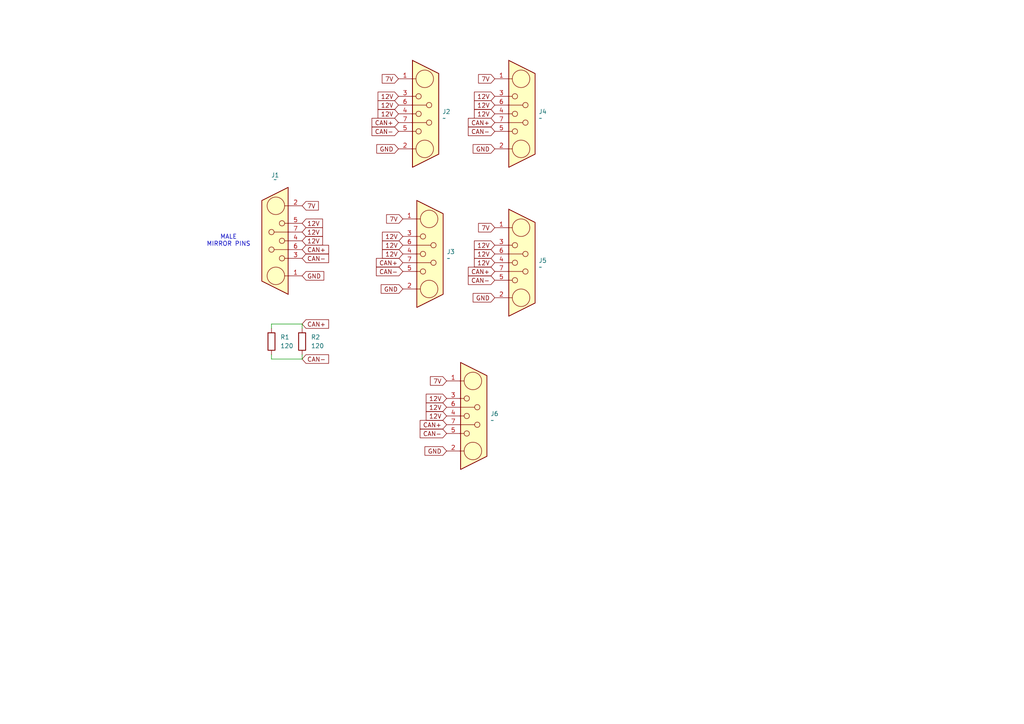
<source format=kicad_sch>
(kicad_sch (version 20231120) (generator "eeschema") (generator_version "8.0")
  (paper "A4")
  (lib_symbols
    (symbol "Device:R" (pin_numbers hide) (pin_names (offset 0))
      (property "Reference" "R" (at 2.032 0 90))
      (property "Value" "R" (at 0 0 90))
      (symbol "R_0_1"
        (rectangle (start -1.016 -2.54) (end 1.016 2.54) (stroke (width 0.254)))
      )
      (symbol "R_1_1"
        (pin passive line (at 0 3.81 270) (length 1.27) (name "~") (number "1"))
        (pin passive line (at 0 -3.81 90) (length 1.27) (name "~") (number "2"))
      )
    )
    (symbol "ecocad_lib_symbols:DB7W2"
      (property "Reference" "J" (at -0.508 15.494 0))
      (symbol "DB7W2_0_1"
        (circle (center -1.778 -5.08) (radius 0.762))
        (circle (center -1.778 0) (radius 0.762))
        (circle (center -1.778 5.08) (radius 0.762))
        (circle (center 0 -10.16) (radius 2.54))
        (polyline (pts (xy -3.81 -10.16) (xy -2.54 -10.16)))
        (polyline (pts (xy -3.81 -5.08) (xy -2.54 -5.08)))
        (polyline (pts (xy -3.81 -2.54) (xy 0.508 -2.54)))
        (polyline (pts (xy -3.81 0) (xy -2.54 0)))
        (polyline (pts (xy -3.81 2.54) (xy 0.508 2.54)))
        (polyline (pts (xy -3.81 5.08) (xy -2.54 5.08)))
        (polyline (pts (xy -3.81 10.16) (xy -2.54 10.16)))
        (polyline (pts (xy -3.556 15.494) (xy -3.556 -15.494) (xy 4.064 -11.684) (xy 4.064 11.684) (xy -3.556 15.494)) (stroke (width 0.254)) (fill (type background)))
        (circle (center 0 10.16) (radius 2.54))
        (circle (center 1.27 -2.54) (radius 0.762))
        (circle (center 1.27 2.54) (radius 0.762))
      )
      (symbol "DB7W2_1_1"
        (pin passive line (at -7.62 10.16 0) (length 3.81) (name "") (number "1"))
        (pin passive line (at -7.62 -10.16 0) (length 3.81) (name "") (number "2"))
        (pin passive line (at -7.62 5.08 0) (length 3.81) (name "") (number "3"))
        (pin passive line (at -7.62 0 0) (length 3.81) (name "") (number "4"))
        (pin passive line (at -7.62 -5.08 0) (length 3.81) (name "") (number "5"))
        (pin passive line (at -7.62 2.54 0) (length 3.81) (name "") (number "6"))
        (pin passive line (at -7.62 -2.54 0) (length 3.81) (name "") (number "7"))
      )
    )
  )
  (wire (pts (xy 87.63 104.14) (xy 87.63 102.87)))
  (wire (pts (xy 78.74 93.98) (xy 78.74 95.25)))
  (wire (pts (xy 87.63 93.98) (xy 87.63 95.25)))
  (wire (pts (xy 78.74 104.14) (xy 87.63 104.14)))
  (wire (pts (xy 78.74 93.98) (xy 87.63 93.98)))
  (wire (pts (xy 78.74 104.14) (xy 78.74 102.87)))
  (text "MALE\nMIRROR PINS" (at 66.294 69.85 0) (effects (font (size 1.27 1.27))))
  (global_label "CAN-" (shape input) (at 129.54 125.73 180) (property "Intersheetrefs" "${INTERSHEET_REFS}" (effects (hide yes))))
  (global_label "CAN-" (shape input) (at 87.63 74.93 0) (property "Intersheetrefs" "${INTERSHEET_REFS}" (effects (hide yes))))
  (global_label "12V" (shape input) (at 116.84 73.66 180) (property "Intersheetrefs" "${INTERSHEET_REFS}" (effects (hide yes))))
  (global_label "GND" (shape input) (at 115.57 43.18 180) (property "Intersheetrefs" "${INTERSHEET_REFS}" (effects (hide yes))))
  (global_label "CAN+" (shape input) (at 116.84 76.2 180) (property "Intersheetrefs" "${INTERSHEET_REFS}" (effects (hide yes))))
  (global_label "CAN-" (shape input) (at 87.63 104.14 0) (property "Intersheetrefs" "${INTERSHEET_REFS}" (effects (hide yes))))
  (global_label "7V" (shape input) (at 129.54 110.49 180) (property "Intersheetrefs" "${INTERSHEET_REFS}" (effects (hide yes))))
  (global_label "CAN-" (shape input) (at 143.51 38.1 180) (property "Intersheetrefs" "${INTERSHEET_REFS}" (effects (hide yes))))
  (global_label "GND" (shape input) (at 143.51 43.18 180) (property "Intersheetrefs" "${INTERSHEET_REFS}" (effects (hide yes))))
  (global_label "GND" (shape input) (at 143.51 86.36 180) (property "Intersheetrefs" "${INTERSHEET_REFS}" (effects (hide yes))))
  (global_label "CAN-" (shape input) (at 116.84 78.74 180) (property "Intersheetrefs" "${INTERSHEET_REFS}" (effects (hide yes))))
  (global_label "12V" (shape input) (at 143.51 30.48 180) (property "Intersheetrefs" "${INTERSHEET_REFS}" (effects (hide yes))))
  (global_label "CAN+" (shape input) (at 143.51 78.74 180) (property "Intersheetrefs" "${INTERSHEET_REFS}" (effects (hide yes))))
  (global_label "CAN-" (shape input) (at 115.57 38.1 180) (property "Intersheetrefs" "${INTERSHEET_REFS}" (effects (hide yes))))
  (global_label "12V" (shape input) (at 143.51 33.02 180) (property "Intersheetrefs" "${INTERSHEET_REFS}" (effects (hide yes))))
  (global_label "CAN+" (shape input) (at 143.51 35.56 180) (property "Intersheetrefs" "${INTERSHEET_REFS}" (effects (hide yes))))
  (global_label "CAN-" (shape input) (at 143.51 81.28 180) (property "Intersheetrefs" "${INTERSHEET_REFS}" (effects (hide yes))))
  (global_label "12V" (shape input) (at 143.51 73.66 180) (property "Intersheetrefs" "${INTERSHEET_REFS}" (effects (hide yes))))
  (global_label "12V" (shape input) (at 143.51 27.94 180) (property "Intersheetrefs" "${INTERSHEET_REFS}" (effects (hide yes))))
  (global_label "12V" (shape input) (at 129.54 118.11 180) (property "Intersheetrefs" "${INTERSHEET_REFS}" (effects (hide yes))))
  (global_label "CAN+" (shape input) (at 87.63 93.98 0) (property "Intersheetrefs" "${INTERSHEET_REFS}" (effects (hide yes))))
  (global_label "12V" (shape input) (at 116.84 71.12 180) (property "Intersheetrefs" "${INTERSHEET_REFS}" (effects (hide yes))))
  (global_label "12V" (shape input) (at 129.54 120.65 180) (property "Intersheetrefs" "${INTERSHEET_REFS}" (effects (hide yes))))
  (global_label "7V" (shape input) (at 143.51 22.86 180) (property "Intersheetrefs" "${INTERSHEET_REFS}" (effects (hide yes))))
  (global_label "CAN+" (shape input) (at 115.57 35.56 180) (property "Intersheetrefs" "${INTERSHEET_REFS}" (effects (hide yes))))
  (global_label "12V" (shape input) (at 129.54 115.57 180) (property "Intersheetrefs" "${INTERSHEET_REFS}" (effects (hide yes))))
  (global_label "12V" (shape input) (at 87.63 67.31 0) (property "Intersheetrefs" "${INTERSHEET_REFS}" (effects (hide yes))))
  (global_label "12V" (shape input) (at 87.63 64.77 0) (property "Intersheetrefs" "${INTERSHEET_REFS}" (effects (hide yes))))
  (global_label "7V" (shape input) (at 116.84 63.5 180) (property "Intersheetrefs" "${INTERSHEET_REFS}" (effects (hide yes))))
  (global_label "CAN+" (shape input) (at 87.63 72.39 0) (property "Intersheetrefs" "${INTERSHEET_REFS}" (effects (hide yes))))
  (global_label "7V" (shape input) (at 87.63 59.69 0) (property "Intersheetrefs" "${INTERSHEET_REFS}" (effects (hide yes))))
  (global_label "GND" (shape input) (at 116.84 83.82 180) (property "Intersheetrefs" "${INTERSHEET_REFS}" (effects (hide yes))))
  (global_label "7V" (shape input) (at 143.51 66.04 180) (property "Intersheetrefs" "${INTERSHEET_REFS}" (effects (hide yes))))
  (global_label "CAN+" (shape input) (at 129.54 123.19 180) (property "Intersheetrefs" "${INTERSHEET_REFS}" (effects (hide yes))))
  (global_label "12V" (shape input) (at 143.51 76.2 180) (property "Intersheetrefs" "${INTERSHEET_REFS}" (effects (hide yes))))
  (global_label "GND" (shape input) (at 129.54 130.81 180) (property "Intersheetrefs" "${INTERSHEET_REFS}" (effects (hide yes))))
  (global_label "12V" (shape input) (at 115.57 33.02 180) (property "Intersheetrefs" "${INTERSHEET_REFS}" (effects (hide yes))))
  (global_label "12V" (shape input) (at 87.63 69.85 0) (property "Intersheetrefs" "${INTERSHEET_REFS}" (effects (hide yes))))
  (global_label "12V" (shape input) (at 115.57 30.48 180) (property "Intersheetrefs" "${INTERSHEET_REFS}" (effects (hide yes))))
  (global_label "12V" (shape input) (at 143.51 71.12 180) (property "Intersheetrefs" "${INTERSHEET_REFS}" (effects (hide yes))))
  (global_label "12V" (shape input) (at 116.84 68.58 180) (property "Intersheetrefs" "${INTERSHEET_REFS}" (effects (hide yes))))
  (global_label "12V" (shape input) (at 115.57 27.94 180) (property "Intersheetrefs" "${INTERSHEET_REFS}" (effects (hide yes))))
  (global_label "7V" (shape input) (at 115.57 22.86 180) (property "Intersheetrefs" "${INTERSHEET_REFS}" (effects (hide yes))))
  (global_label "GND" (shape input) (at 87.63 80.01 0) (property "Intersheetrefs" "${INTERSHEET_REFS}" (effects (hide yes))))
  (symbol (lib_id "ecocad_lib_symbols:DB7W2") (at 151.13 76.2 0) (unit 1)
    (property "Reference" "J5" (at 156.21 75.5649 0) (effects (justify left)))
    (property "Value" "~" (at 156.21 77.47 0) (effects (justify left)))
    (property "Footprint" "ecocad_lib_footprints:DB7W2-30A" (effects (hide yes)))
  )
  (symbol (lib_id "ecocad_lib_symbols:DB7W2") (at 137.16 120.65 0) (unit 1)
    (property "Reference" "J6" (at 142.24 120.0149 0) (effects (justify left)))
    (property "Value" "~" (at 142.24 121.92 0) (effects (justify left)))
    (property "Footprint" "ecocad_lib_footprints:DB7W2-30A" (effects (hide yes)))
  )
  (symbol (lib_id "ecocad_lib_symbols:DB7W2") (at 124.46 73.66 0) (unit 1)
    (property "Reference" "J3" (at 129.54 73.0249 0) (effects (justify left)))
    (property "Value" "~" (at 129.54 74.93 0) (effects (justify left)))
    (property "Footprint" "ecocad_lib_footprints:DB7W2-30A" (effects (hide yes)))
  )
  (symbol (lib_id "ecocad_lib_symbols:DB7W2") (at 80.01 69.85 180) (unit 1)
    (property "Reference" "J1" (at 79.8195 50.8 0))
    (property "Value" "~" (at 79.8195 52.07 0))
    (property "Footprint" "ecocad_lib_footprints:DB7W2-30A" (effects (hide yes)))
  )
  (symbol (lib_id "Device:R") (at 78.74 99.06 0) (unit 1)
    (property "Reference" "R1" (at 81.28 97.7899 0) (effects (justify left)))
    (property "Value" "120" (at 81.28 100.3299 0) (effects (justify left)))
    (property "Footprint" "Resistor_THT:R_Axial_DIN0207_L6.3mm_D2.5mm_P7.62mm_Horizontal" (effects (hide yes)))
    (property "Description" "Resistor" (effects (hide yes)))
  )
  (symbol (lib_id "ecocad_lib_symbols:DB7W2") (at 151.13 33.02 0) (unit 1)
    (property "Reference" "J4" (at 156.21 32.3849 0) (effects (justify left)))
    (property "Value" "~" (at 156.21 34.29 0) (effects (justify left)))
    (property "Footprint" "ecocad_lib_footprints:DB7W2-30A" (effects (hide yes)))
  )
  (symbol (lib_id "Device:R") (at 87.63 99.06 0) (unit 1)
    (property "Reference" "R2" (at 90.17 97.7899 0) (effects (justify left)))
    (property "Value" "120" (at 90.17 100.3299 0) (effects (justify left)))
    (property "Footprint" "Resistor_THT:R_Axial_DIN0207_L6.3mm_D2.5mm_P7.62mm_Horizontal" (effects (hide yes)))
    (property "Description" "Resistor" (effects (hide yes)))
  )
  (symbol (lib_id "ecocad_lib_symbols:DB7W2") (at 123.19 33.02 0) (unit 1)
    (property "Reference" "J2" (at 128.27 32.3849 0) (effects (justify left)))
    (property "Value" "~" (at 128.27 34.29 0) (effects (justify left)))
    (property "Footprint" "ecocad_lib_footprints:DB7W2-30A" (effects (hide yes)))
  )
)
</source>
